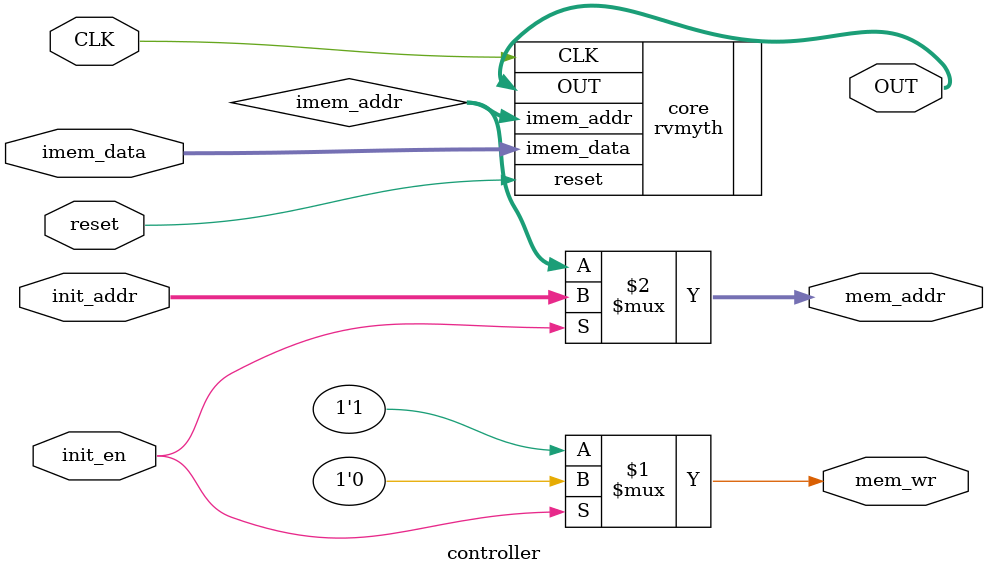
<source format=v>
module controller (
`ifdef USE_POWER_PINS
    inout vccd1,	// User area 1 1.8V supply
    inout vssd1,	// User area 1 digital ground
`endif
    output [9:0] OUT,
    input CLK,
    input reset,

    output mem_wr,
    output [7:0] mem_addr,
    input init_en,
    input [7:0] init_addr,
    input [31:0] imem_data
);

    wire [7:0]  imem_addr;

    assign mem_wr   = init_en ? 1'b0 : 1'b1;
    assign mem_addr = init_en ? init_addr : imem_addr;

    rvmyth core (
        .OUT(OUT),
        .CLK(CLK),
        .reset(reset),

        .imem_addr(imem_addr),
        .imem_data(imem_data)
    );

endmodule

</source>
